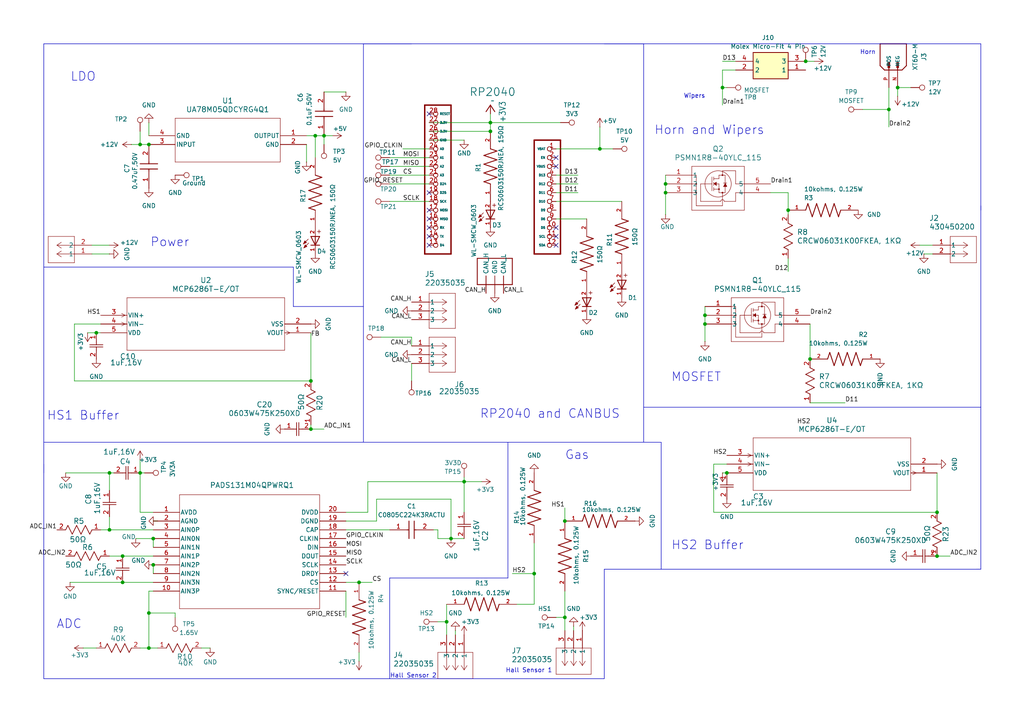
<source format=kicad_sch>
(kicad_sch (version 20231120) (generator "eeschema") (generator_version "8.0")
  (paper "A4")
  (title_block (title "Front and Center Board"))
  (junction (at 130.81 156.21))
  (junction (at 44.45 156.21))
  (junction (at 90.17 110.49))
  (junction (at 234.95 104.14))
  (junction (at 154.94 166.37))
  (junction (at 43.18 177.8))
  (junction (at 104.14 168.91))
  (junction (at 40.64 137.16))
  (junction (at 271.78 148.59))
  (junction (at 44.45 163.83))
  (junction (at 35.56 161.29))
  (junction (at 43.18 187.96))
  (junction (at 210.82 137.16))
  (junction (at 257.81 31.75))
  (junction (at 129.54 180.34))
  (junction (at 43.18 41.91))
  (junction (at 90.17 124.46))
  (junction (at 209.55 25.4))
  (junction (at 271.78 161.29))
  (junction (at 233.68 17.78))
  (junction (at 27.94 96.52))
  (junction (at 173.99 43.18))
  (junction (at 91.44 39.37))
  (junction (at 204.47 93.98))
  (junction (at 142.24 38.1))
  (junction (at 193.04 53.34))
  (junction (at 204.47 91.44))
  (junction (at 163.83 151.13))
  (junction (at 163.83 179.07))
  (junction (at 31.75 137.16))
  (junction (at 193.04 55.88))
  (junction (at 228.6 60.96))
  (junction (at 40.64 41.91))
  (junction (at 142.24 35.56))
  (junction (at 260.35 25.4))
  (junction (at 31.75 153.67))
  (junction (at 134.62 139.7))
  (junction (at 35.56 168.91))
  (junction (at 93.98 39.37))
  (no_connect (at 161.29 45.72))
  (no_connect (at 124.46 60.96))
  (no_connect (at 124.46 68.58))
  (no_connect (at 161.29 68.58))
  (no_connect (at 124.46 55.88))
  (no_connect (at 161.29 71.12))
  (no_connect (at 161.29 66.04))
  (no_connect (at 124.46 66.04))
  (no_connect (at 161.29 48.26))
  (no_connect (at 100.33 166.37))
  (no_connect (at 124.46 63.5))
  (no_connect (at 124.46 71.12))
  (no_connect (at 124.46 33.02))
  (wire (pts (xy 100.33 179.07) (xy 100.33 171.45)))
  (wire (pts (xy 109.22 151.13) (xy 100.33 151.13)))
  (polyline (pts (xy 191.77 128.27) (xy 191.77 165.1)))
  (wire (pts (xy 267.97 73.66) (xy 270.51 73.66)))
  (wire (pts (xy 271.78 137.16) (xy 271.78 148.59)))
  (polyline (pts (xy 12.7 77.47) (xy 85.09 77.47)))
  (wire (pts (xy 209.55 20.32) (xy 209.55 25.4)))
  (wire (pts (xy 90.17 124.46) (xy 93.98 124.46)))
  (wire (pts (xy 26.67 73.66) (xy 31.75 73.66)))
  (wire (pts (xy 204.47 91.44) (xy 204.47 93.98)))
  (wire (pts (xy 129.54 180.34) (xy 129.54 184.15)))
  (wire (pts (xy 104.14 189.23) (xy 104.14 191.77)))
  (wire (pts (xy 260.35 25.4) (xy 264.16 25.4)))
  (polyline (pts (xy 284.48 12.7) (xy 175.26 12.7)))
  (wire (pts (xy 116.84 43.18) (xy 124.46 43.18)))
  (wire (pts (xy 41.91 137.16) (xy 40.64 137.16)))
  (polyline (pts (xy 147.32 128.27) (xy 12.7 128.27)))
  (wire (pts (xy 204.47 88.9) (xy 204.47 91.44)))
  (wire (pts (xy 163.83 147.32) (xy 163.83 151.13)))
  (wire (pts (xy 161.29 50.8) (xy 167.64 50.8)))
  (wire (pts (xy 35.56 161.29) (xy 44.45 161.29)))
  (wire (pts (xy 44.45 156.21) (xy 44.45 158.75)))
  (wire (pts (xy 19.05 137.16) (xy 31.75 137.16)))
  (wire (pts (xy 107.95 168.91) (xy 104.14 168.91)))
  (wire (pts (xy 154.94 166.37) (xy 154.94 175.26)))
  (polyline (pts (xy 119.38 12.7) (xy 12.7 12.7)))
  (wire (pts (xy 193.04 53.34) (xy 193.04 55.88)))
  (wire (pts (xy 91.44 39.37) (xy 93.98 39.37)))
  (wire (pts (xy 40.64 187.96) (xy 43.18 187.96)))
  (wire (pts (xy 43.18 177.8) (xy 43.18 187.96)))
  (wire (pts (xy 260.35 25.4) (xy 260.35 27.94)))
  (wire (pts (xy 163.83 179.07) (xy 163.83 182.88)))
  (wire (pts (xy 154.94 166.37) (xy 154.94 157.48)))
  (wire (pts (xy 132.08 184.15) (xy 132.08 182.88)))
  (polyline (pts (xy 284.48 118.11) (xy 186.69 118.11)))
  (wire (pts (xy 110.49 97.79) (xy 119.38 97.79)))
  (wire (pts (xy 193.04 55.88) (xy 193.04 62.23)))
  (wire (pts (xy 27.94 96.52) (xy 29.21 96.52)))
  (wire (pts (xy 129.54 175.26) (xy 129.54 180.34)))
  (wire (pts (xy 40.64 137.16) (xy 40.64 133.35)))
  (wire (pts (xy 162.56 35.56) (xy 142.24 35.56)))
  (polyline (pts (xy 85.09 77.47) (xy 85.09 88.9)))
  (wire (pts (xy 204.47 93.98) (xy 204.47 99.06)))
  (wire (pts (xy 113.03 48.26) (xy 124.46 48.26)))
  (wire (pts (xy 228.6 60.96) (xy 228.6 62.23)))
  (wire (pts (xy 26.67 71.12) (xy 31.75 71.12)))
  (wire (pts (xy 113.03 53.34) (xy 124.46 53.34)))
  (wire (pts (xy 207.01 134.62) (xy 207.01 148.59)))
  (polyline (pts (xy 175.26 196.85) (xy 113.03 196.85)))
  (wire (pts (xy 50.8 179.07) (xy 50.8 177.8)))
  (wire (pts (xy 163.83 171.45) (xy 163.83 179.07)))
  (wire (pts (xy 125.73 153.67) (xy 127 153.67)))
  (wire (pts (xy 119.38 97.79) (xy 119.38 100.33)))
  (wire (pts (xy 35.56 168.91) (xy 20.32 168.91)))
  (polyline (pts (xy 12.7 196.85) (xy 113.03 196.85)))
  (wire (pts (xy 29.21 93.98) (xy 21.59 93.98)))
  (wire (pts (xy 213.36 20.32) (xy 209.55 20.32)))
  (wire (pts (xy 209.55 137.16) (xy 210.82 137.16)))
  (wire (pts (xy 173.99 43.18) (xy 161.29 43.18)) (stroke (width 0.1524)))
  (polyline (pts (xy 85.09 88.9) (xy 105.41 88.9)))
  (wire (pts (xy 38.1 41.91) (xy 40.64 41.91)))
  (wire (pts (xy 127 180.34) (xy 129.54 180.34)))
  (wire (pts (xy 31.75 137.16) (xy 31.75 142.24)))
  (wire (pts (xy 91.44 39.37) (xy 91.44 45.72)))
  (wire (pts (xy 173.99 36.83) (xy 173.99 43.18)))
  (wire (pts (xy 134.62 139.7) (xy 134.62 148.59)))
  (wire (pts (xy 100.33 148.59) (xy 106.68 148.59)))
  (wire (pts (xy 234.95 93.98) (xy 234.95 104.14)))
  (polyline (pts (xy 175.26 167.64) (xy 175.26 196.85)))
  (wire (pts (xy 31.75 153.67) (xy 29.21 153.67)))
  (wire (pts (xy 210.82 134.62) (xy 207.01 134.62)))
  (wire (pts (xy 166.37 182.88) (xy 166.37 181.61)))
  (wire (pts (xy 21.59 110.49) (xy 90.17 110.49)))
  (wire (pts (xy 25.4 96.52) (xy 27.94 96.52)))
  (wire (pts (xy 161.29 63.5) (xy 170.18 63.5)))
  (wire (pts (xy 124.46 35.56) (xy 142.24 35.56)) (stroke (width 0.1524)))
  (wire (pts (xy 31.75 149.86) (xy 31.75 153.67)))
  (wire (pts (xy 35.56 161.29) (xy 31.75 161.29)))
  (wire (pts (xy 161.29 179.07) (xy 163.83 179.07)))
  (polyline (pts (xy 284.48 60.96) (xy 284.48 12.7)))
  (wire (pts (xy 39.37 156.21) (xy 44.45 156.21)))
  (wire (pts (xy 134.62 139.7) (xy 139.7 139.7)))
  (wire (pts (xy 24.13 187.96) (xy 27.94 187.96)))
  (wire (pts (xy 271.78 161.29) (xy 275.59 161.29)))
  (wire (pts (xy 109.22 151.13) (xy 109.22 144.78)))
  (wire (pts (xy 257.81 31.75) (xy 257.81 36.83)))
  (wire (pts (xy 88.9 39.37) (xy 91.44 39.37)))
  (polyline (pts (xy 283.21 165.1) (xy 284.48 165.1)))
  (wire (pts (xy 177.8 43.18) (xy 173.99 43.18)))
  (wire (pts (xy 148.59 166.37) (xy 154.94 166.37)))
  (wire (pts (xy 113.03 58.42) (xy 124.46 58.42)))
  (wire (pts (xy 40.64 137.16) (xy 40.64 148.59)))
  (wire (pts (xy 43.18 171.45) (xy 43.18 177.8)))
  (wire (pts (xy 228.6 74.93) (xy 228.6 78.74)))
  (wire (pts (xy 119.38 110.49) (xy 119.38 105.41)))
  (polyline (pts (xy 175.26 167.64) (xy 175.26 165.1)))
  (wire (pts (xy 90.17 96.52) (xy 90.17 110.49)))
  (polyline (pts (xy 147.32 167.64) (xy 147.32 128.27)))
  (wire (pts (xy 100.33 26.67) (xy 93.98 26.67)))
  (wire (pts (xy 124.46 38.1) (xy 142.24 38.1)) (stroke (width 0.1524)))
  (wire (pts (xy 113.03 50.8) (xy 124.46 50.8)))
  (wire (pts (xy 58.42 187.96) (xy 60.96 187.96)))
  (wire (pts (xy 31.75 137.16) (xy 33.02 137.16)))
  (wire (pts (xy 40.64 41.91) (xy 43.18 41.91)))
  (wire (pts (xy 21.59 93.98) (xy 21.59 110.49)))
  (wire (pts (xy 88.9 41.91) (xy 88.9 46.99)))
  (wire (pts (xy 109.22 144.78) (xy 130.81 144.78)))
  (polyline (pts (xy 113.03 167.64) (xy 113.03 196.85)))
  (wire (pts (xy 223.52 55.88) (xy 228.6 55.88)))
  (wire (pts (xy 257.81 25.4) (xy 257.81 31.75)))
  (wire (pts (xy 50.8 177.8) (xy 43.18 177.8)))
  (wire (pts (xy 142.24 33.02) (xy 142.24 35.56)) (stroke (width 0.1524)))
  (wire (pts (xy 209.55 17.78) (xy 213.36 17.78)))
  (wire (pts (xy 104.14 168.91) (xy 100.33 168.91)))
  (wire (pts (xy 127 153.67) (xy 127 156.21)))
  (wire (pts (xy 106.68 148.59) (xy 106.68 139.7)))
  (wire (pts (xy 245.11 116.84) (xy 234.95 116.84)))
  (wire (pts (xy 93.98 39.37) (xy 93.98 41.91)))
  (wire (pts (xy 40.64 38.1) (xy 40.64 41.91)))
  (wire (pts (xy 40.64 148.59) (xy 44.45 148.59)))
  (wire (pts (xy 228.6 55.88) (xy 228.6 60.96)))
  (polyline (pts (xy 186.69 128.27) (xy 191.77 128.27)))
  (wire (pts (xy 149.86 175.26) (xy 154.94 175.26)))
  (wire (pts (xy 44.45 153.67) (xy 31.75 153.67)))
  (wire (pts (xy 266.7 71.12) (xy 270.51 71.12)))
  (wire (pts (xy 193.04 50.8) (xy 193.04 53.34)))
  (polyline (pts (xy 12.7 128.27) (xy 12.7 137.16)))
  (wire (pts (xy 90.17 123.19) (xy 90.17 124.46)))
  (polyline (pts (xy 12.7 62.23) (xy 12.7 128.27)))
  (wire (pts (xy 161.29 55.88) (xy 167.64 55.88)))
  (polyline (pts (xy 12.7 134.62) (xy 12.7 196.85)))
  (wire (pts (xy 207.01 148.59) (xy 271.78 148.59)))
  (wire (pts (xy 130.81 156.21) (xy 134.62 156.21)))
  (wire (pts (xy 130.81 144.78) (xy 130.81 156.21)))
  (polyline (pts (xy 284.48 59.69) (xy 284.48 118.11)))
  (wire (pts (xy 106.68 139.7) (xy 134.62 139.7)))
  (wire (pts (xy 43.18 187.96) (xy 45.72 187.96)))
  (wire (pts (xy 236.22 17.78) (xy 233.68 17.78)))
  (wire (pts (xy 257.81 31.75) (xy 250.19 31.75)))
  (polyline (pts (xy 284.48 165.1) (xy 284.48 118.11)))
  (wire (pts (xy 44.45 151.13) (xy 45.72 151.13)))
  (wire (pts (xy 142.24 35.56) (xy 142.24 38.1)) (stroke (width 0.1524)))
  (polyline (pts (xy 113.03 167.64) (xy 147.32 167.64)))
  (wire (pts (xy 134.62 138.43) (xy 134.62 139.7)))
  (wire (pts (xy 161.29 53.34) (xy 167.64 53.34)))
  (wire (pts (xy 124.46 40.64) (xy 134.62 40.64)))
  (polyline (pts (xy 175.26 165.1) (xy 284.48 165.1)))
  (wire (pts (xy 113.03 45.72) (xy 124.46 45.72)))
  (wire (pts (xy 127 156.21) (xy 130.81 156.21)))
  (wire (pts (xy 35.56 168.91) (xy 44.45 168.91)))
  (wire (pts (xy 100.33 153.67) (xy 113.03 153.67)))
  (polyline (pts (xy 12.7 12.7) (xy 12.7 62.23)))
  (wire (pts (xy 161.29 58.42) (xy 180.34 58.42)))
  (wire (pts (xy 209.55 25.4) (xy 209.55 30.48)))
  (wire (pts (xy 43.18 35.56) (xy 43.18 39.37)))
  (wire (pts (xy 210.82 25.4) (xy 209.55 25.4)))
  (wire (pts (xy 43.18 171.45) (xy 44.45 171.45)))
  (wire (pts (xy 93.98 39.37) (xy 96.52 39.37)))
  (wire (pts (xy 44.45 163.83) (xy 44.45 166.37)))
  (rectangle (start 105.41 12.7) (end 186.69 128.27))
  (text "Hall Sensor 1" (at 153.416 194.564 0) (effects (font (size 1.27 1.27))))
  (text "\nPower" (at 49.276 68.326 0) (effects (font (size 2.54 2.54))))
  (text "Gas" (at 167.386 132.08 0) (effects (font (size 2.54 2.54))))
  (text "Horn" (at 251.714 15.24 0) (effects (font (size 1.27 1.27))))
  (text "LDO" (at 24.13 22.352 0) (effects (font (size 2.54 2.54))))
  (text "RP2040 and CANBUS\n" (at 159.512 120.142 0) (effects (font (size 2.54 2.54))))
  (text "MOSFET\n" (at 201.93 109.474 0) (effects (font (size 2.54 2.54))))
  (text "Hall Sensor 2" (at 119.888 196.088 0) (effects (font (size 1.27 1.27))))
  (text "Horn and Wipers" (at 205.74 37.846 0) (effects (font (size 2.54 2.54))))
  (text "Wipers" (at 201.422 27.94 0) (effects (font (size 1.27 1.27))))
  (text "HS2 Buffer" (at 205.232 158.242 0) (effects (font (size 2.54 2.54))))
  (text "HS1 Buffer" (at 24.13 120.65 0) (effects (font (size 2.54 2.54))))
  (text "ADC" (at 20.066 181.102 0) (effects (font (size 2.54 2.54))))
  (label "CAN_H" (at 119.38 87.63 180))
  (label "ADC_IN1" (at 16.51 153.67 180))
  (label "FB" (at 90.17 97.79 0))
  (label "ADC_IN1" (at 93.98 124.46 0))
  (label "D11" (at 245.11 116.84 0))
  (label "D12" (at 228.6 78.74 180))
  (label "D13" (at 209.55 17.78 0))
  (label "SCLK" (at 116.84 58.42 0))
  (label "Drain1" (at 223.52 53.34 0))
  (label "HS2" (at 148.59 166.37 0))
  (label "D12" (at 167.64 53.34 180))
  (label "CS" (at 116.84 50.8 0))
  (label "MISO" (at 100.33 161.29 0) (effects (font (size 1.2446 1.2446))))
  (label "HS1" (at 163.83 147.32 180))
  (label "CAN_L" (at 119.38 105.41 180))
  (label "MISO" (at 116.84 48.26 0))
  (label "CAN_H" (at 119.38 100.33 180))
  (label "HS1" (at 29.21 91.44 180))
  (label "GPIO_CLKIN" (at 100.33 156.21 0) (effects (font (size 1.2446 1.2446))))
  (label "CS" (at 107.95 168.91 0))
  (label "GPIO_CLKIN" (at 116.84 43.18 180))
  (label "ADC_IN2" (at 275.59 161.29 0))
  (label "CAN_L" (at 119.38 92.71 180))
  (label "CAN_H" (at 140.97 85.09 180))
  (label "Drain2" (at 257.81 36.83 0))
  (label "Drain1" (at 209.55 30.48 0))
  (label "D11" (at 167.64 55.88 180))
  (label "SCLK" (at 100.33 163.83 0))
  (label "GPIO_RESET" (at 116.84 53.34 180))
  (label "CAN_L" (at 146.05 85.09 0))
  (label "HS2" (at 231.14 123.19 0))
  (label "Drain2" (at 234.95 91.44 0))
  (label "ADC_IN2" (at 19.05 161.29 180))
  (label "MOSI" (at 100.33 158.75 0) (effects (font (size 1.2446 1.2446))))
  (label "MOSI" (at 116.84 45.72 0))
  (label "GPIO_RESET" (at 100.33 179.07 180))
  (label "HS2" (at 210.82 132.08 180))
  (label "D13" (at 167.64 50.8 180))
  (symbol (lib_id "Connector:TestPoint") (at 41.91 137.16 270) (mirror x) (unit 1)
    (property "Reference" "TP4" (at 47.498 133.604 0) (effects (justify right)))
    (property "Value" "3V3A" (at 50.038 133.604 0) (effects (justify right)))
    (property "Footprint" "TestPoint:TestPoint_Pad_D3.0mm" (effects (hide yes)))
    (property "Description" "test point" (effects (hide yes)))
  )
  (symbol (lib_id "power:GND") (at 267.97 73.66 0) (unit 1)
    (property "Reference" "#PWR022" (effects (hide yes)))
    (property "Value" "GND" (at 267.97 78.74 0))
    (property "Description" "Power symbol creates a global label with name \"GND\" , ground" (effects (hide yes)))
  )
  (symbol (lib_id "SMV_Custom:WL-SMCW_0603") (at 91.44 71.12 90) (unit 1)
    (property "Reference" "D4" (at 91.948 72.898 90) (effects (justify right)))
    (property "Value" "WL-SMCW_0603" (at 86.614 66.802 0) (effects (justify right)))
    (property "Footprint" "SMV_Passives:WL-SMCW_0603(diode)" (effects (hide yes)))
  )
  (symbol (lib_id "power:GND") (at 204.47 99.06 0) (unit 1)
    (property "Reference" "#PWR02" (effects (hide yes)))
    (property "Value" "GND" (at 204.47 104.14 0))
    (property "Description" "Power symbol creates a global label with name \"GND\" , ground" (effects (hide yes)))
  )
  (symbol (lib_id "power:GND") (at 193.04 62.23 0) (unit 1)
    (property "Reference" "#PWR01" (effects (hide yes)))
    (property "Value" "GND" (at 191.516 65.786 0) (effects (justify left)))
    (property "Description" "Power symbol creates a global label with name \"GND\" , ground" (effects (hide yes)))
  )
  (symbol (lib_id "power:+3V3") (at 31.75 71.12 270) (unit 1)
    (property "Reference" "#PWR011" (effects (hide yes)))
    (property "Value" "+12V" (at 34.798 70.358 90) (effects (justify left)))
    (property "Description" "Power symbol creates a global label with name \"+3V3\"" (effects (hide yes)))
  )
  (symbol (lib_id "power:GND") (at 130.81 156.21 0) (unit 1)
    (property "Reference" "#PWR04" (effects (hide yes)))
    (property "Value" "GND" (at 130.81 161.29 0))
    (property "Description" "Power symbol creates a global label with name \"GND\" , ground" (effects (hide yes)))
  )
  (symbol (lib_id "Connector:TestPoint") (at 110.49 97.79 90) (mirror x) (unit 1)
    (property "Reference" "TP18" (at 106.68 95.25 90) (effects (justify right)))
    (property "Value" "3V3A" (effects (hide yes)))
    (property "Footprint" "TestPoint:TestPoint_Pad_D3.0mm" (effects (hide yes)))
    (property "Description" "test point" (effects (hide yes)))
  )
  (symbol (lib_id "SMV_Custom:CRCW080510K0FKEAC") (at 154.94 147.32 90) (unit 1)
    (property "Reference" "R14" (at 149.86 148.082 0) (effects (justify right)))
    (property "Value" "10kohms, 0.125W" (at 151.638 135.382 0) (effects (justify right)))
    (property "Footprint" "SMV_Passives:0805RESC2012X60N" (effects (hide yes)))
    (property "MF" "Vishay Dale" (effects (hide yes)))
    (property "Description_1" "\n                        \n                            10 kOhms ±1% 0.125W, 1/8W Chip Resistor 0805 (2012 Metric) - Thick Film\n                        \n" (effects (hide yes)))
    (property "Package" "2012 Vishay" (effects (hide yes)))
    (property "Price" "None" (effects (hide yes)))
    (property "SnapEDA_Link" "https://www.snapeda.com/parts/CRCW080510K0FKEAC/Vishay+Dale/view-part/?ref=snap" (effects (hide yes)))
    (property "MP" "CRCW080510K0FKEAC" (effects (hide yes)))
    (property "Availability" "In Stock" (effects (hide yes)))
    (property "Check_prices" "https://www.snapeda.com/parts/CRCW080510K0FKEAC/Vishay+Dale/view-part/?ref=eda" (effects (hide yes)))
  )
  (symbol (lib_id "power:GND") (at 90.17 93.98 90) (unit 1)
    (property "Reference" "#PWR042" (effects (hide yes)))
    (property "Value" "GND" (at 95.25 93.98 0))
    (property "Description" "Power symbol creates a global label with name \"GND\" , ground" (effects (hide yes)))
  )
  (symbol (lib_id "SMV_Custom:C0805C334K5RACTU") (at 43.18 54.61 90) (unit 1)
    (property "Reference" "C7" (at 36.83 47.498 0) (effects (justify right)))
    (property "Value" "0.47uF,50V" (at 39.116 44.196 0) (effects (justify right)))
    (property "Footprint" "SMV_Passives:Cap0805" (effects (hide yes)))
    (property "Datasheet" "https://content.kemet.com/datasheets/KEM_C1002_X7R_SMD.pdf" (effects (hide yes)))
    (property "Description" "SMD Comm X7R, Ceramic, 0.33 uF, 10%, 50 VDC, 125 VDC, 125C, -55C, X7R, SMD, MLCC, Temperature Stable, Class II, 2.5 % , 1.5152 GOhms, 13 mg, 0805, 2mm, 1.25mm, 0.9mm, 0.75mm, 0.5mm, 4000, 78  Weeks, 80" (effects (hide yes)))
    (property "Height" "1.1" (effects (hide yes)))
    (property "Manufacturer_Name" "KEMET" (effects (hide yes)))
    (property "Manufacturer_Part_Number" "C0805C334K5RACTU" (effects (hide yes)))
    (property "Mouser Part Number" "80-C0805C334K5R" (effects (hide yes)))
    (property "Mouser Price/Stock" "https://www.mouser.co.uk/ProductDetail/KEMET/C0805C334K5RACTU?qs=nRD1PKnFC2Hh3tSy%2FGeH2Q%3D%3D" (effects (hide yes)))
    (property "Arrow Part Number" "C0805C334K5RACTU" (effects (hide yes)))
    (property "Arrow Price/Stock" "https://www.arrow.com/en/products/c0805c334k5ractu/kemet-corporation?region=nac" (effects (hide yes)))
  )
  (symbol (lib_id "SMV_Custom:CRCW080510K0FKEAC") (at 104.14 179.07 270) (unit 1)
    (property "Reference" "R4" (at 110.49 172.212 0) (effects (justify left)))
    (property "Value" "10kohms, 0.125W" (at 107.696 171.196 0) (effects (justify left)))
    (property "Footprint" "SMV_Passives:0805RESC2012X60N" (effects (hide yes)))
    (property "MF" "Vishay Dale" (effects (hide yes)))
    (property "Description_1" "\n                        \n                            10 kOhms ±1% 0.125W, 1/8W Chip Resistor 0805 (2012 Metric) - Thick Film\n                        \n" (effects (hide yes)))
    (property "Package" "2012 Vishay" (effects (hide yes)))
    (property "Price" "None" (effects (hide yes)))
    (property "SnapEDA_Link" "https://www.snapeda.com/parts/CRCW080510K0FKEAC/Vishay+Dale/view-part/?ref=snap" (effects (hide yes)))
    (property "MP" "CRCW080510K0FKEAC" (effects (hide yes)))
    (property "Availability" "In Stock" (effects (hide yes)))
    (property "Check_prices" "https://www.snapeda.com/parts/CRCW080510K0FKEAC/Vishay+Dale/view-part/?ref=eda" (effects (hide yes)))
  )
  (symbol (lib_id "power:GND") (at 88.9 46.99 0) (unit 1)
    (property "Reference" "#PWR010" (effects (hide yes)))
    (property "Value" "GND" (at 86.36 48.514 90))
    (property "Description" "Power symbol creates a global label with name \"GND\" , ground" (effects (hide yes)))
  )
  (symbol (lib_id "Connector:TestPoint") (at 210.82 25.4 270) (unit 1)
    (property "Reference" "TP8" (at 217.678 28.194 90))
    (property "Value" "MOSFET" (at 219.456 26.162 90))
    (property "Footprint" "TestPoint:TestPoint_Pad_D3.0mm" (effects (hide yes)))
    (property "Description" "test point" (effects (hide yes)))
  )
  (symbol (lib_id "power:GND") (at 50.8 50.8 0) (unit 1)
    (property "Reference" "#PWR018" (effects (hide yes)))
    (property "Value" "GND" (at 50.8 55.88 0))
    (property "Description" "Power symbol creates a global label with name \"GND\" , ground" (effects (hide yes)))
  )
  (symbol (lib_id "power:GND") (at 134.62 40.64 0) (mirror y) (unit 1)
    (property "Reference" "#PWR025" (effects (hide yes)))
    (property "Value" "GND" (at 134.62 44.45 0))
    (property "Description" "Power symbol creates a global label with name \"GND\" , ground" (effects (hide yes)))
  )
  (symbol (lib_id "Connector:TestPoint") (at 162.56 35.56 270) (mirror x) (unit 1)
    (property "Reference" "TP12" (at 165.862 30.48 90))
    (property "Value" "3V3" (at 165.862 33.02 90))
    (property "Footprint" "TestPoint:TestPoint_Pad_D3.0mm" (effects (hide yes)))
    (property "Description" "test point" (effects (hide yes)))
  )
  (symbol (lib_id "power:GND") (at 27.94 104.14 0) (unit 1)
    (property "Reference" "#PWR013" (effects (hide yes)))
    (property "Value" "GND" (at 27.94 109.22 0))
    (property "Description" "Power symbol creates a global label with name \"GND\" , ground" (effects (hide yes)))
  )
  (symbol (lib_id "Connector:TestPoint") (at 233.68 17.78 0) (unit 1)
    (property "Reference" "TP6" (at 236.22 16.764 90) (effects (justify left)))
    (property "Value" "12V" (at 238.76 16.764 90) (effects (justify left)))
    (property "Footprint" "TestPoint:TestPoint_Pad_D3.0mm" (effects (hide yes)))
    (property "Description" "test point" (effects (hide yes)))
  )
  (symbol (lib_id "power:GND") (at 119.38 102.87 270) (mirror x) (unit 1)
    (property "Reference" "#PWR038" (effects (hide yes)))
    (property "Value" "GND" (at 115.57 102.8699 90) (effects (justify right)))
    (property "Description" "Power symbol creates a global label with name \"GND\" , ground" (effects (hide yes)))
  )
  (symbol (lib_id "SMV_Custom:MCP6286T-E_OT") (at 90.17 96.52 180) (unit 1)
    (property "Reference" "U2" (at 59.69 81.28 0) (effects (font (size 1.524 1.524))))
    (property "Value" "MCP6286T-E/OT" (at 59.69 83.82 0) (effects (font (size 1.524 1.524))))
    (property "Footprint" "SMV_ICs:SOT-23-5_MC_MCH" (effects (hide yes)))
    (property "Datasheet" "MCP6286T-E/OT" (effects (hide yes)))
  )
  (symbol (lib_id "SMV_Custom:MCP6286T-E_OT") (at 271.78 137.16 180) (unit 1)
    (property "Reference" "U4" (at 241.3 121.92 0) (effects (font (size 1.524 1.524))))
    (property "Value" "MCP6286T-E/OT" (at 241.3 124.46 0) (effects (font (size 1.524 1.524))))
    (property "Footprint" "SMV_ICs:SOT-23-5_MC_MCH" (effects (hide yes)))
    (property "Datasheet" "MCP6286T-E/OT" (effects (hide yes)))
  )
  (symbol (lib_id "SMV_Custom:C0805C105K4RACTU") (at 134.62 148.59 270) (unit 1)
    (property "Reference" "C2" (at 140.716 155.448 0) (effects (font (size 1.524 1.524))))
    (property "Value" "1uF,16V" (at 138.176 155.448 0) (effects (font (size 1.524 1.524))))
    (property "Footprint" "SMV_Passives:Cap0805" (effects (hide yes)))
    (property "Datasheet" "C0805C105K4RACTU" (effects (hide yes)))
  )
  (symbol (lib_id "power:+3V3") (at 104.14 191.77 0) (mirror x) (unit 1)
    (property "Reference" "#PWR035" (effects (hide yes)))
    (property "Value" "+3V3" (at 100.584 192.024 0))
    (property "Description" "Power symbol creates a global label with name \"+3V3\"" (effects (hide yes)))
  )
  (symbol (lib_id "power:GND") (at 166.37 181.61 180) (unit 1)
    (property "Reference" "#PWR041" (effects (hide yes)))
    (property "Value" "GND" (at 166.37 176.53 0))
    (property "Description" "Power symbol creates a global label with name \"GND\" , ground" (effects (hide yes)))
  )
  (symbol (lib_id "power:GND") (at 248.92 60.96 0) (unit 1)
    (property "Reference" "#PWR037" (effects (hide yes)))
    (property "Value" "GND" (at 251.46 62.2299 0) (effects (justify left)))
    (property "Description" "Power symbol creates a global label with name \"GND\" , ground" (effects (hide yes)))
  )
  (symbol (lib_id "Connector:TestPoint") (at 113.03 50.8 90) (mirror x) (unit 1)
    (property "Reference" "TP19" (at 110.236 49.784 90) (effects (justify right)))
    (property "Value" "3V3A" (effects (hide yes)))
    (property "Footprint" "TestPoint:TestPoint_Pad_D3.0mm" (effects (hide yes)))
    (property "Description" "test point" (effects (hide yes)))
  )
  (symbol (lib_id "power:GND") (at 255.27 104.14 0) (unit 1)
    (property "Reference" "#PWR034" (effects (hide yes)))
    (property "Value" "GND" (at 255.2699 107.95 90) (effects (justify right)))
    (property "Description" "Power symbol creates a global label with name \"GND\" , ground" (effects (hide yes)))
  )
  (symbol (lib_id "ADS131M04-Q1:PADS131M04QPWRQ1") (at 44.45 148.59 0) (unit 1)
    (property "Reference" "U3" (effects (hide yes)))
    (property "Value" "PADS131M04QPWRQ1" (at 85.344 140.716 0) (effects (font (size 1.524 1.524)) (justify right)))
    (property "Footprint" "TSSOP20_PW_TEX" (effects (hide yes)))
    (property "Datasheet" "PADS131M04QPWRQ1" (effects (hide yes)))
  )
  (symbol (lib_id "SMV_Custom:C0805C104K5RACTU") (at 93.98 39.37 90) (unit 1)
    (property "Reference" "C6" (at 87.122 26.924 0) (effects (justify right)))
    (property "Value" "0.1uF,50V" (at 89.662 26.924 0) (effects (justify right)))
    (property "Footprint" "SMV_Passives:Cap0805" (effects (hide yes)))
    (property "Datasheet" "https://content.kemet.com/datasheets/KEM_C1002_X7R_SMD.pdf" (effects (hide yes)))
    (property "Description" "SMD Comm X7R, Ceramic, 0.1 uF, 10%, 50 VDC, 125 VDC, 125C, -55C, X7R, SMD, MLCC, Temperature Stable, Class II, 2.5 % , 5 GOhms, 11 mg, 0805, 2mm, 1.25mm, 0.78mm, 0.75mm, 0.5mm, 4000, 78  Weeks, 80" (effects (hide yes)))
    (property "Height" "1.1" (effects (hide yes)))
    (property "Manufacturer_Name" "KEMET" (effects (hide yes)))
    (property "Manufacturer_Part_Number" "C0805C104K5RACTU" (effects (hide yes)))
    (property "Mouser Part Number" "80-C0805C104K5R" (effects (hide yes)))
    (property "Mouser Price/Stock" "https://www.mouser.co.uk/ProductDetail/KEMET/C0805C104K5RACTU?qs=Pc30aiB8zWUISNb2Qeyxfw%3D%3D" (effects (hide yes)))
    (property "Arrow Part Number" "C0805C104K5RACTU" (effects (hide yes)))
    (property "Arrow Price/Stock" "https://www.arrow.com/en/products/c0805c104k5ractu/kemet-corporation?region=nac" (effects (hide yes)))
  )
  (symbol (lib_id "SMV_Custom:3-pin Mini Molex Spox") (at 168.91 182.88 270) (unit 1)
    (property "Reference" "J7" (at 148.336 188.722 90) (effects (font (size 1.524 1.524)) (justify left)))
    (property "Value" "22035035" (at 148.336 191.262 90) (effects (font (size 1.524 1.524)) (justify left)))
    (property "Footprint" "SMV_Connectors:3pin_CON_22035035_MOL" (effects (hide yes)))
    (property "Datasheet" "3-pin Mini Molex Spox" (effects (hide yes)))
  )
  (symbol (lib_id "SMV_Custom:CRCW020149R9FNED") (at 271.78 148.59 270) (unit 1)
    (property "Reference" "R23" (at 274.32 154.94 0) (effects (font (size 1.524 1.524))))
    (property "Value" "50Ω" (at 268.986 154.686 0) (effects (font (size 1.524 1.524))))
    (property "Footprint" "SMV_Passives:0805RESC2012X60N" (effects (hide yes)))
    (property "Datasheet" "CRCW020149R9FNED" (effects (hide yes)))
  )
  (symbol (lib_id "SMV_Custom:CRCW080540K0FKEA") (at 45.72 187.96 0) (unit 1)
    (property "Reference" "R10" (at 53.594 190.5 0) (effects (font (size 1.524 1.524))))
    (property "Value" "40K" (at 53.848 192.278 0) (effects (font (size 1.524 1.524))))
    (property "Footprint" "SMV_Passives:0805RESC2012X60N" (effects (hide yes)))
    (property "Datasheet" "CRCW080540K0FKEA" (effects (hide yes)))
  )
  (symbol (lib_id "Connector:TestPoint") (at 177.8 43.18 270) (mirror x) (unit 1)
    (property "Reference" "TP10" (at 181.102 38.1 90))
    (property "Value" "5V" (at 181.102 40.64 90))
    (property "Footprint" "TestPoint:TestPoint_Pad_D3.0mm" (effects (hide yes)))
    (property "Description" "test point" (effects (hide yes)))
  )
  (symbol (lib_id "SMV_Custom:0603W475K250XD") (at 264.16 161.29 0) (unit 1)
    (property "Reference" "C9" (at 258.318 154.178 0) (effects (font (size 1.524 1.524))))
    (property "Value" "0603W475K250XD" (at 258.318 156.718 0) (effects (font (size 1.524 1.524))))
    (property "Footprint" "SMV_Passives:CAP_0603-X_NGC" (effects (hide yes)))
    (property "Datasheet" "0603W475K250XD" (effects (hide yes)))
  )
  (symbol (lib_id "power:GND") (at 45.72 151.13 270) (unit 1)
    (property "Reference" "#PWR044" (effects (hide yes)))
    (property "Value" "GND" (at 41.656 151.638 0))
    (property "Description" "Power symbol creates a global label with name \"GND\" , ground" (effects (hide yes)))
  )
  (symbol (lib_id "Connector:TestPoint") (at 40.64 38.1 0) (unit 1)
    (property "Reference" "TP2" (at 33.274 34.544 0) (effects (justify left)))
    (property "Value" "12V" (effects (hide yes)))
    (property "Footprint" "TestPoint:TestPoint_Pad_D3.0mm" (effects (hide yes)))
    (property "Description" "test point" (effects (hide yes)))
  )
  (symbol (lib_id "Connector:TestPoint") (at 127 180.34 90) (unit 1)
    (property "Reference" "TP13" (at 123.698 182.372 90))
    (property "Value" "HS2" (at 123.698 177.8 90))
    (property "Footprint" "TestPoint:TestPoint_Pad_D3.0mm" (effects (hide yes)))
    (property "Description" "test point" (effects (hide yes)))
  )
  (symbol (lib_id "SMV_Custom:RCS0603150RJNEA") (at 91.44 55.88 90) (unit 1)
    (property "Reference" "R17" (at 87.884 54.864 0) (effects (justify right)))
    (property "Value" "RCS0603150RJNEA, 150Ω" (at 96.52 53.34 0) (effects (justify right)))
    (property "Footprint" "SMV_Passives:0805RESC2012X60N" (effects (hide yes)))
  )
  (symbol (lib_id "power:+VSW") (at 168.91 182.88 0) (unit 1)
    (property "Reference" "#PWR026" (effects (hide yes)))
    (property "Value" "+3V3" (at 170.688 179.07 0))
    (property "Description" "Power symbol creates a global label with name \"+VSW\"" (effects (hide yes)))
  )
  (symbol (lib_id "SMV_Custom:RP2040") (at 143.51 64.77 0) (unit 1)
    (property "Reference" "RP2040" (at 142.875 26.67 0) (effects (font (size 2.286 2.286))))
    (property "Value" "~" (at 142.875 29.21 0))
    (property "Footprint" "SMV_Connectors:RP2040" (effects (hide yes)))
  )
  (symbol (lib_name "3-pin Mini Molex Spox_1") (lib_id "SMV_Custom:3-pin Mini Molex Spox") (at 119.38 100.33 0) (unit 1)
    (property "Reference" "J6" (at 131.826 111.506 0) (effects (font (size 1.524 1.524)) (justify left)))
    (property "Value" "22035035" (at 127.254 113.538 0) (effects (font (size 1.524 1.524)) (justify left)))
    (property "Footprint" "SMV_Connectors:3pin_CON_22035035_MOL" (effects (hide yes)))
    (property "Datasheet" "3-pin Mini Molex Spox" (effects (hide yes)))
  )
  (symbol (lib_id "SMV_Custom:CRCW080510K0FKEAC") (at 238.76 60.96 0) (unit 1)
    (property "Reference" "R3" (at 233.172 57.404 0) (effects (justify left)))
    (property "Value" "10kohms, 0.125W" (at 233.172 54.864 0) (effects (justify left)))
    (property "Footprint" "SMV_Passives:0805RESC2012X60N" (effects (hide yes)))
    (property "MF" "Vishay Dale" (effects (hide yes)))
    (property "Description_1" "\n                        \n                            10 kOhms ±1% 0.125W, 1/8W Chip Resistor 0805 (2012 Metric) - Thick Film\n                        \n" (effects (hide yes)))
    (property "Package" "2012 Vishay" (effects (hide yes)))
    (property "Price" "None" (effects (hide yes)))
    (property "SnapEDA_Link" "https://www.snapeda.com/parts/CRCW080510K0FKEAC/Vishay+Dale/view-part/?ref=snap" (effects (hide yes)))
    (property "MP" "CRCW080510K0FKEAC" (effects (hide yes)))
    (property "Availability" "In Stock" (effects (hide yes)))
    (property "Check_prices" "https://www.snapeda.com/parts/CRCW080510K0FKEAC/Vishay+Dale/view-part/?ref=eda" (effects (hide yes)))
  )
  (symbol (lib_id "PSMN1R8-40YLC,115:PSMN1R8-40YLC_115") (at 193.04 50.8 0) (unit 1)
    (property "Reference" "Q2" (at 208.28 43.18 0) (effects (font (size 1.524 1.524))))
    (property "Value" "PSMN1R8-40YLC_115" (at 208.28 45.72 0) (effects (font (size 1.524 1.524))))
    (property "Footprint" "LFPAK56_SOT669_NEX" (effects (hide yes)))
    (property "Datasheet" "PSMN1R8-40YLC_115" (effects (hide yes)))
  )
  (symbol (lib_id "SMV_Custom:C0805C105K4RACTU") (at 35.56 161.29 270) (unit 1)
    (property "Reference" "C5" (at 29.464 164.338 90) (effects (font (size 1.524 1.524))))
    (property "Value" "1uF,16V" (at 28.956 166.116 90) (effects (font (size 1.524 1.524))))
    (property "Footprint" "SMV_Passives:Cap0805" (effects (hide yes)))
    (property "Datasheet" "C0805C105K4RACTU" (effects (hide yes)))
  )
  (symbol (lib_id "power:GND") (at 91.44 73.66 0) (mirror y) (unit 1)
    (property "Reference" "#PWR039" (effects (hide yes)))
    (property "Value" "GND" (at 91.44 78.74 0))
    (property "Description" "Power symbol creates a global label with name \"GND\" , ground" (effects (hide yes)))
  )
  (symbol (lib_id "SMV_Custom:WL-SMCW_0603") (at 170.18 88.9 90) (unit 1)
    (property "Reference" "D2" (at 170.688 90.678 90) (effects (justify right)))
    (property "Value" "WL-SMCW_0603" (effects (hide yes)))
    (property "Footprint" "SMV_Passives:WL-SMCW_0603(diode)" (effects (hide yes)))
  )
  (symbol (lib_id "power:+3V3") (at 24.13 187.96 90) (unit 1)
    (property "Reference" "#PWR031" (effects (hide yes)))
    (property "Value" "+3V3" (at 23.114 189.992 90))
    (property "Description" "Power symbol creates a global label with name \"+3V3\"" (effects (hide yes)))
  )
  (symbol (lib_id "SMV_Custom:CRCW080510K0FKEAC") (at 245.11 104.14 180) (unit 1)
    (property "Reference" "R2" (at 251.714 97.028 0) (effects (justify left)))
    (property "Value" "10kohms, 0.125W" (at 251.714 99.568 0) (effects (justify left)))
    (property "Footprint" "SMV_Passives:0805RESC2012X60N" (effects (hide yes)))
    (property "MF" "Vishay Dale" (effects (hide yes)))
    (property "Description_1" "\n                        \n                            10 kOhms ±1% 0.125W, 1/8W Chip Resistor 0805 (2012 Metric) - Thick Film\n                        \n" (effects (hide yes)))
    (property "Package" "2012 Vishay" (effects (hide yes)))
    (property "Price" "None" (effects (hide yes)))
    (property "SnapEDA_Link" "https://www.snapeda.com/parts/CRCW080510K0FKEAC/Vishay+Dale/view-part/?ref=snap" (effects (hide yes)))
    (property "MP" "CRCW080510K0FKEAC" (effects (hide yes)))
    (property "Availability" "In Stock" (effects (hide yes)))
    (property "Check_prices" "https://www.snapeda.com/parts/CRCW080510K0FKEAC/Vishay+Dale/view-part/?ref=eda" (effects (hide yes)))
  )
  (symbol (lib_id "SMV_Custom:CRCW080510K0FKEAC") (at 139.7 175.26 0) (unit 1)
    (property "Reference" "R13" (at 139.7 169.164 0))
    (property "Value" "10kohms, 0.125W" (at 139.446 171.958 0))
    (property "Footprint" "SMV_Passives:0805RESC2012X60N" (effects (hide yes)))
    (property "MF" "Vishay Dale" (effects (hide yes)))
    (property "Description_1" "\n                        \n                            10 kOhms ±1% 0.125W, 1/8W Chip Resistor 0805 (2012 Metric) - Thick Film\n                        \n" (effects (hide yes)))
    (property "Package" "2012 Vishay" (effects (hide yes)))
    (property "Price" "None" (effects (hide yes)))
    (property "SnapEDA_Link" "https://www.snapeda.com/parts/CRCW080510K0FKEAC/Vishay+Dale/view-part/?ref=snap" (effects (hide yes)))
    (property "MP" "CRCW080510K0FKEAC" (effects (hide yes)))
    (property "Availability" "In Stock" (effects (hide yes)))
    (property "Check_prices" "https://www.snapeda.com/parts/CRCW080510K0FKEAC/Vishay+Dale/view-part/?ref=eda" (effects (hide yes)))
  )
  (symbol (lib_id "SMV_Custom:RCS0603150RJNEA") (at 180.34 68.58 90) (unit 1)
    (property "Reference" "R11" (at 176.784 67.564 0) (effects (justify right)))
    (property "Value" "150Ω" (at 184.15 66.04 0) (effects (justify right)))
    (property "Footprint" "SMV_Passives:0805RESC2012X60N" (effects (hide yes)))
  )
  (symbol (lib_id "Connector:TestPoint") (at 50.8 179.07 0) (mirror x) (unit 1)
    (property "Reference" "TP5" (at 54.737 180.975 0))
    (property "Value" "1.65V" (at 54.737 183.515 0))
    (property "Footprint" "TestPoint:TestPoint_Pad_D3.0mm" (effects (hide yes)))
    (property "Description" "test point" (effects (hide yes)))
  )
  (symbol (lib_id "power:GND") (at 100.33 26.67 0) (unit 1)
    (property "Reference" "#PWR017" (effects (hide yes)))
    (property "Value" "GND" (at 100.33 31.75 0))
    (property "Description" "Power symbol creates a global label with name \"GND\" , ground" (effects (hide yes)))
  )
  (symbol (lib_id "power:+3V3") (at 25.4 96.52 180) (unit 1)
    (property "Reference" "#PWR047" (effects (hide yes)))
    (property "Value" "+3V3" (at 23.368 96.52 90) (effects (justify left)))
    (property "Description" "Power symbol creates a global label with name \"+3V3\"" (effects (hide yes)))
  )
  (symbol (lib_id "power:GND") (at 31.75 73.66 90) (unit 1)
    (property "Reference" "#PWR012" (effects (hide yes)))
    (property "Value" "GND" (at 36.83 73.66 0))
    (property "Description" "Power symbol creates a global label with name \"GND\" , ground" (effects (hide yes)))
  )
  (symbol (lib_id "power:+5V") (at 173.99 36.83 0) (unit 1)
    (property "Reference" "#PWR08" (effects (hide yes)))
    (property "Value" "+5V" (at 176.784 35.052 0))
    (property "Description" "Power symbol creates a global label with name \"+5V\"" (effects (hide yes)))
  )
  (symbol (lib_id "SMV_Custom:CRCW020149R9FNED") (at 16.51 153.67 0) (unit 1)
    (property "Reference" "R5" (at 22.86 151.13 0) (effects (font (size 1.524 1.524))))
    (property "Value" "50Ω" (at 22.606 156.464 0) (effects (font (size 1.524 1.524))))
    (property "Footprint" "SMV_Passives:0805RESC2012X60N" (effects (hide yes)))
    (property "Datasheet" "CRCW020149R9FNED" (effects (hide yes)))
  )
  (symbol (lib_id "SMV_Custom:C0805C105K4RACTU") (at 40.64 137.16 180) (unit 1)
    (property "Reference" "C4" (at 36.322 133.858 0) (effects (font (size 1.524 1.524))))
    (property "Value" "1uF,16V" (at 34.544 131.064 0) (effects (font (size 1.524 1.524))))
    (property "Footprint" "SMV_Passives:Cap0805" (effects (hide yes)))
    (property "Datasheet" "C0805C105K4RACTU" (effects (hide yes)))
  )
  (symbol (lib_id "Connector:TestPoint") (at 113.03 45.72 90) (unit 1)
    (property "Reference" "TP11" (at 109.982 44.196 90) (effects (justify right)))
    (property "Value" "3V3A" (effects (hide yes)))
    (property "Footprint" "TestPoint:TestPoint_Pad_D3.0mm" (effects (hide yes)))
    (property "Description" "test point" (effects (hide yes)))
  )
  (symbol (lib_id "power:+12V") (at 38.1 41.91 90) (unit 1)
    (property "Reference" "#PWR051" (effects (hide yes)))
    (property "Value" "+12V" (at 34.29 41.9099 90) (effects (justify left)))
    (property "Description" "Power symbol creates a global label with name \"+12V\"" (effects (hide yes)))
  )
  (symbol (lib_id "power:+3V3") (at 139.7 139.7 270) (mirror x) (unit 1)
    (property "Reference" "#PWR06" (effects (hide yes)))
    (property "Value" "+3V3" (at 140.716 141.986 90))
    (property "Description" "Power symbol creates a global label with name \"+3V3\"" (effects (hide yes)))
  )
  (symbol (lib_id "Connector:TestPoint") (at 93.98 41.91 180) (unit 1)
    (property "Reference" "TP3" (at 96.52 43.9419 0) (effects (justify right)))
    (property "Value" "5V" (at 96.52 46.4819 0) (effects (justify right)))
    (property "Footprint" "TestPoint:TestPoint_Pad_D3.0mm" (effects (hide yes)))
    (property "Description" "test point" (effects (hide yes)))
  )
  (symbol (lib_id "SMV_Custom:CRCW020149R9FNED") (at 19.05 161.29 0) (unit 1)
    (property "Reference" "R6" (at 25.4 158.75 0) (effects (font (size 1.524 1.524))))
    (property "Value" "50Ω" (at 21.336 163.83 0) (effects (font (size 1.524 1.524))))
    (property "Footprint" "SMV_Passives:0805RESC2012X60N" (effects (hide yes)))
    (property "Datasheet" "CRCW020149R9FNED" (effects (hide yes)))
  )
  (symbol (lib_id "power:GND") (at 132.08 182.88 180) (unit 1)
    (property "Reference" "#PWR040" (effects (hide yes)))
    (property "Value" "GND" (at 132.08 177.8 0))
    (property "Description" "Power symbol creates a global label with name \"GND\" , ground" (effects (hide yes)))
  )
  (symbol (lib_id "power:GND") (at 20.32 168.91 0) (mirror y) (unit 1)
    (property "Reference" "#PWR024" (effects (hide yes)))
    (property "Value" "GND" (at 20.32 172.974 0))
    (property "Description" "Power symbol creates a global label with name \"GND\" , ground" (effects (hide yes)))
  )
  (symbol (lib_id "SMV_Custom:CRCW080540K0FKEA") (at 27.94 187.96 0) (unit 1)
    (property "Reference" "R9" (at 34.29 182.626 0) (effects (font (size 1.524 1.524))))
    (property "Value" "40K" (at 34.29 185.166 0) (effects (font (size 1.524 1.524))))
    (property "Footprint" "SMV_Passives:0805RESC2012X60N" (effects (hide yes)))
    (property "Datasheet" "CRCW080540K0FKEA" (effects (hide yes)))
  )
  (symbol (lib_id "SMV_Custom:430450200") (at 26.67 73.66 180) (unit 1)
    (property "Reference" "J1" (effects (hide yes)))
    (property "Value" "430450200" (effects (hide yes)))
    (property "Footprint" "SMV_Connectors:CONN_SD-43045-001_02_MOL" (effects (hide yes)))
    (property "Datasheet" "430450200" (effects (hide yes)))
  )
  (symbol (lib_id "Connector:TestPoint") (at 113.03 53.34 90) (mirror x) (unit 1)
    (property "Reference" "TP20" (at 110.236 54.864 90) (effects (justify right)))
    (property "Value" "3V3A" (effects (hide yes)))
    (property "Footprint" "TestPoint:TestPoint_Pad_D3.0mm" (effects (hide yes)))
    (property "Description" "test point" (effects (hide yes)))
  )
  (symbol (lib_id "power:+3V3") (at 266.7 71.12 90) (unit 1)
    (property "Reference" "#PWR021" (effects (hide yes)))
    (property "Value" "+12V" (at 267.97 73.406 90) (effects (justify left)))
    (property "Description" "Power symbol creates a global label with name \"+3V3\"" (effects (hide yes)))
  )
  (symbol (lib_id "power:GND") (at 43.18 54.61 0) (unit 1)
    (property "Reference" "#PWR016" (effects (hide yes)))
    (property "Value" "GND" (at 43.18 59.69 0))
    (property "Description" "Power symbol creates a global label with name \"GND\" , ground" (effects (hide yes)))
  )
  (symbol (lib_id "SMV_Custom:CRCW080510K0FKEAC") (at 163.83 161.29 270) (unit 1)
    (property "Reference" "R15" (at 169.926 161.29 0))
    (property "Value" "10kohms, 0.125W" (at 167.132 161.036 0))
    (property "Footprint" "SMV_Passives:0805RESC2012X60N" (effects (hide yes)))
    (property "MF" "Vishay Dale" (effects (hide yes)))
    (property "Description_1" "\n                        \n                            10 kOhms ±1% 0.125W, 1/8W Chip Resistor 0805 (2012 Metric) - Thick Film\n                        \n" (effects (hide yes)))
    (property "Package" "2012 Vishay" (effects (hide yes)))
    (property "Price" "None" (effects (hide yes)))
    (property "SnapEDA_Link" "https://www.snapeda.com/parts/CRCW080510K0FKEAC/Vishay+Dale/view-part/?ref=snap" (effects (hide yes)))
    (property "MP" "CRCW080510K0FKEAC" (effects (hide yes)))
    (property "Availability" "In Stock" (effects (hide yes)))
    (property "Check_prices" "https://www.snapeda.com/parts/CRCW080510K0FKEAC/Vishay+Dale/view-part/?ref=eda" (effects (hide yes)))
  )
  (symbol (lib_id "power:+3V3") (at 236.22 17.78 270) (unit 1)
    (property "Reference" "#PWR014" (effects (hide yes)))
    (property "Value" "+12V" (at 235.966 19.812 90) (effects (justify left)))
    (property "Description" "Power symbol creates a global label with name \"+3V3\"" (effects (hide yes)))
  )
  (symbol (lib_id "power:GND") (at 154.94 137.16 180) (unit 1)
    (property "Reference" "#PWR027" (effects (hide yes)))
    (property "Value" "GND" (at 154.94 132.08 0))
    (property "Description" "Power symbol creates a global label with name \"GND\" , ground" (effects (hide yes)))
  )
  (symbol (lib_id "power:GND") (at 44.45 163.83 270) (unit 1)
    (property "Reference" "#PWR032" (effects (hide yes)))
    (property "Value" "GND" (at 40.132 162.56 90))
    (property "Description" "Power symbol creates a global label with name \"GND\" , ground" (effects (hide yes)))
  )
  (symbol (lib_id "SMV_Custom:RCS0603150RJNEA") (at 142.24 48.26 90) (unit 1)
    (property "Reference" "R1" (at 138.684 47.244 0) (effects (justify right)))
    (property "Value" "RCS0603150RJNEA, 150Ω" (at 145.288 36.322 0) (effects (justify right)))
    (property "Footprint" "SMV_Passives:0805RESC2012X60N" (effects (hide yes)))
  )
  (symbol (lib_id "XT60-M:XT60-M") (at 260.35 20.32 90) (unit 1)
    (property "Reference" "J3" (at 267.97 16.51 0))
    (property "Value" "XT60-M" (at 265.43 16.51 0))
    (property "Footprint" "XT60-M:AMASS_XT60-M" (effects (hide yes)))
    (property "MF" "AMASS" (effects (hide yes)))
    (property "MAXIMUM_PACKAGE_HEIGHT" "16.00 mm" (effects (hide yes)))
    (property "Package" "Package" (effects (hide yes)))
    (property "Price" "None" (effects (hide yes)))
    (property "Check_prices" "https://www.snapeda.com/parts/XT60-M/AMASS/view-part/?ref=eda" (effects (hide yes)))
    (property "STANDARD" "IPC 7351B" (effects (hide yes)))
    (property "PARTREV" "V1.2" (effects (hide yes)))
    (property "SnapEDA_Link" "https://www.snapeda.com/parts/XT60-M/AMASS/view-part/?ref=snap" (effects (hide yes)))
    (property "MP" "XT60-M" (effects (hide yes)))
    (property "Description_1" "\n                        \n                            Plug; DC supply; XT60; male; PIN: 2; for cable; soldered; 30A; 500V\n                        \n" (effects (hide yes)))
    (property "Availability" "Not in stock" (effects (hide yes)))
    (property "MANUFACTURER" "AMASS" (effects (hide yes)))
  )
  (symbol (lib_id "SMV_Custom:CRCW06031K00FKEA") (at 228.6 62.23 270) (unit 1)
    (property "Reference" "R8" (at 231.14 67.3099 90) (effects (font (size 1.524 1.524)) (justify left)))
    (property "Value" "CRCW06031K00FKEA, 1KΩ" (at 231.14 69.8499 90) (effects (font (size 1.524 1.524)) (justify left)))
    (property "Footprint" "SMV_Passives:0805RESC2012X60N" (effects (hide yes)))
    (property "Datasheet" "CRCW06031K00FKEA" (effects (hide yes)))
  )
  (symbol (lib_id "SMV_Custom:C0805C105K4RACTU") (at 27.94 96.52 270) (unit 1)
    (property "Reference" "C10" (at 37.084 103.378 90) (effects (font (size 1.524 1.524))))
    (property "Value" "1uF,16V" (at 36.576 105.156 90) (effects (font (size 1.524 1.524))))
    (property "Footprint" "SMV_Passives:Cap0805" (effects (hide yes)))
    (property "Datasheet" "C0805C105K4RACTU" (effects (hide yes)))
  )
  (symbol (lib_id "Connector:TestPoint") (at 134.62 138.43 0) (mirror y) (unit 1)
    (property "Reference" "TP15" (at 128.905 136.779 0) (effects (justify right)))
    (property "Value" "3V3D" (at 128.905 134.239 0) (effects (justify right)))
    (property "Footprint" "TestPoint:TestPoint_Pad_D3.0mm" (effects (hide yes)))
    (property "Description" "test point" (effects (hide yes)))
  )
  (symbol (lib_id "power:GND") (at 170.18 91.44 0) (mirror y) (unit 1)
    (property "Reference" "#PWR030" (effects (hide yes)))
    (property "Value" "GND" (at 170.18 96.52 0))
    (property "Description" "Power symbol creates a global label with name \"GND\" , ground" (effects (hide yes)))
  )
  (symbol (lib_id "SMV_Custom:WL-SMCW_0603") (at 142.24 63.5 90) (unit 1)
    (property "Reference" "D3" (at 142.748 65.278 90) (effects (justify right)))
    (property "Value" "WL-SMCW_0603" (at 137.414 59.182 0) (effects (justify right)))
    (property "Footprint" "SMV_Passives:WL-SMCW_0603(diode)" (effects (hide yes)))
  )
  (symbol (lib_id "Connector:TestPoint") (at 264.16 25.4 270) (unit 1)
    (property "Reference" "TP7" (at 269.24 24.1299 90) (effects (justify left)))
    (property "Value" "12V" (at 269.24 26.6699 90) (effects (justify left)))
    (property "Footprint" "TestPoint:TestPoint_Pad_D3.0mm" (effects (hide yes)))
    (property "Description" "test point" (effects (hide yes)))
  )
  (symbol (lib_id "SMV_Custom:CRCW080510K0FKEAC") (at 173.99 151.13 0) (unit 1)
    (property "Reference" "R16" (at 173.228 146.05 0) (effects (justify right)))
    (property "Value" "10kohms, 0.125W" (at 185.928 147.828 0) (effects (justify right)))
    (property "Footprint" "SMV_Passives:0805RESC2012X60N" (effects (hide yes)))
    (property "MF" "Vishay Dale" (effects (hide yes)))
    (property "Description_1" "\n                        \n                            10 kOhms ±1% 0.125W, 1/8W Chip Resistor 0805 (2012 Metric) - Thick Film\n                        \n" (effects (hide yes)))
    (property "Package" "2012 Vishay" (effects (hide yes)))
    (property "Price" "None" (effects (hide yes)))
    (property "SnapEDA_Link" "https://www.snapeda.com/parts/CRCW080510K0FKEAC/Vishay+Dale/view-part/?ref=snap" (effects (hide yes)))
    (property "MP" "CRCW080510K0FKEAC" (effects (hide yes)))
    (property "Availability" "In Stock" (effects (hide yes)))
    (property "Check_prices" "https://www.snapeda.com/parts/CRCW080510K0FKEAC/Vishay+Dale/view-part/?ref=eda" (effects (hide yes)))
  )
  (symbol (lib_id "Connector:TestPoint") (at 250.19 31.75 90) (unit 1)
    (property "Reference" "TP9" (at 246.888 26.67 90))
    (property "Value" "MOSFET" (at 246.888 29.21 90))
    (property "Footprint" "TestPoint:TestPoint_Pad_D3.0mm" (effects (hide yes)))
    (property "Description" "test point" (effects (hide yes)))
  )
  (symbol (lib_id "power:GND") (at 82.55 124.46 270) (unit 1)
    (property "Reference" "#PWR046" (effects (hide yes)))
    (property "Value" "GND" (at 77.47 124.46 0))
    (property "Description" "Power symbol creates a global label with name \"GND\" , ground" (effects (hide yes)))
  )
  (symbol (lib_id "SMV_Custom:WL-SMCW_0603") (at 180.34 83.82 90) (unit 1)
    (property "Reference" "D1" (at 182.118 86.36 90) (effects (justify right)))
    (property "Value" "WL-SMCW_0603" (effects (hide yes)))
    (property "Footprint" "SMV_Passives:WL-SMCW_0603(diode)" (effects (hide yes)))
  )
  (symbol (lib_id "SMV_Custom:CRCW020149R9FNED") (at 90.17 110.49 270) (unit 1)
    (property "Reference" "R20" (at 92.71 116.84 0) (effects (font (size 1.524 1.524))))
    (property "Value" "50Ω" (at 87.376 116.586 0) (effects (font (size 1.524 1.524))))
    (property "Footprint" "SMV_Passives:0805RESC2012X60N" (effects (hide yes)))
    (property "Datasheet" "CRCW020149R9FNED" (effects (hide yes)))
  )
  (symbol (lib_id "power:+3V3") (at 96.52 39.37 270) (unit 1)
    (property "Reference" "#PWR09" (effects (hide yes)))
    (property "Value" "+5V" (at 96.52 37.338 90) (effects (justify left)))
    (property "Description" "Power symbol creates a global label with name \"+3V3\"" (effects (hide yes)))
  )
  (symbol (lib_id "power:GND") (at 43.18 35.56 0) (mirror x) (unit 1)
    (property "Reference" "#PWR05" (effects (hide yes)))
    (property "Value" "GND" (at 43.18 30.48 0))
    (property "Description" "Power symbol creates a global label with name \"GND\" , ground" (effects (hide yes)))
  )
  (symbol (lib_id "SMV_Custom:0603W475K250XD") (at 82.55 124.46 0) (unit 1)
    (property "Reference" "C20" (at 76.708 117.348 0) (effects (font (size 1.524 1.524))))
    (property "Value" "0603W475K250XD" (at 76.708 119.888 0) (effects (font (size 1.524 1.524))))
    (property "Footprint" "SMV_Passives:CAP_0603-X_NGC" (effects (hide yes)))
    (property "Datasheet" "0603W475K250XD" (effects (hide yes)))
  )
  (symbol (lib_id "power:GND") (at 210.82 144.78 0) (unit 1)
    (property "Reference" "#PWR015" (effects (hide yes)))
    (property "Value" "GND" (at 210.82 149.86 0))
    (property "Description" "Power symbol creates a global label with name \"GND\" , ground" (effects (hide yes)))
  )
  (symbol (lib_id "SMV_Custom:3-pin Mini Molex Spox") (at 134.62 184.15 270) (unit 1)
    (property "Reference" "J4" (at 114.046 189.992 90) (effects (font (size 1.524 1.524)) (justify left)))
    (property "Value" "22035035" (at 114.046 192.532 90) (effects (font (size 1.524 1.524)) (justify left)))
    (property "Footprint" "SMV_Connectors:3pin_CON_22035035_MOL" (effects (hide yes)))
    (property "Datasheet" "3-pin Mini Molex Spox" (effects (hide yes)))
  )
  (symbol (lib_id "power:GND") (at 19.05 137.16 0) (unit 1)
    (property "Reference" "#PWR043" (effects (hide yes)))
    (property "Value" "GND" (at 19.05 140.97 0))
    (property "Description" "Power symbol creates a global label with name \"GND\" , ground" (effects (hide yes)))
  )
  (symbol (lib_id "power:+VSW") (at 134.62 184.15 0) (unit 1)
    (property "Reference" "#PWR019" (effects (hide yes)))
    (property "Value" "+3V3" (at 136.398 180.34 0))
    (property "Description" "Power symbol creates a global label with name \"+VSW\"" (effects (hide yes)))
  )
  (symbol (lib_id "power:GND") (at 39.37 156.21 0) (unit 1)
    (property "Reference" "#PWR03" (effects (hide yes)))
    (property "Value" "GND" (at 37.338 155.702 0))
    (property "Description" "Power symbol creates a global label with name \"GND\" , ground" (effects (hide yes)))
  )
  (symbol (lib_id "power:GND") (at 264.16 161.29 270) (unit 1)
    (property "Reference" "#PWR049" (effects (hide yes)))
    (property "Value" "GND" (at 259.08 161.29 0))
    (property "Description" "Power symbol creates a global label with name \"GND\" , ground" (effects (hide yes)))
  )
  (symbol (lib_id "Connector:TestPoint") (at 113.03 58.42 90) (mirror x) (unit 1)
    (property "Reference" "TP21" (at 110.236 59.944 90) (effects (justify right)))
    (property "Value" "3V3A" (effects (hide yes)))
    (property "Footprint" "TestPoint:TestPoint_Pad_D3.0mm" (effects (hide yes)))
    (property "Description" "test point" (effects (hide yes)))
  )
  (symbol (lib_id "power:GND") (at 143.51 85.09 0) (mirror y) (unit 1)
    (property "Reference" "#PWR033" (effects (hide yes)))
    (property "Value" "GND" (at 143.51 90.17 0))
    (property "Description" "Power symbol creates a global label with name \"GND\" , ground" (effects (hide yes)))
  )
  (symbol (lib_id "Connector:TestPoint") (at 113.03 48.26 90) (mirror x) (unit 1)
    (property "Reference" "TP17" (at 110.744 46.99 90) (effects (justify right)))
    (property "Value" "3V3A" (effects (hide yes)))
    (property "Footprint" "TestPoint:TestPoint_Pad_D3.0mm" (effects (hide yes)))
    (property "Description" "test point" (effects (hide yes)))
  )
  (symbol (lib_id "Connector:TestPoint") (at 119.38 110.49 0) (mirror x) (unit 1)
    (property "Reference" "TP16" (at 125.222 114.046 0) (effects (justify right)))
    (property "Value" "3V3A" (effects (hide yes)))
    (property "Footprint" "TestPoint:TestPoint_Pad_D3.0mm" (effects (hide yes)))
    (property "Description" "test point" (effects (hide yes)))
  )
  (symbol (lib_id "SMV_Custom:C0805C224K3RACTU") (at 113.03 153.67 0) (unit 1)
    (property "Reference" "C1" (at 119.38 146.812 0))
    (property "Value" "C0805C224K3RACTU" (at 119.38 149.352 0))
    (property "Footprint" "SMV_Passives:Cap0805" (effects (hide yes)))
    (property "Datasheet" "https://content.kemet.com/datasheets/KEM_C1002_X7R_SMD.pdf" (effects (hide yes)))
    (property "Description" "SMD Comm X7R, Ceramic, 0.22 uF, 10%, 25 VDC, 62.5 VDC, 125C, -55C, X7R, SMD, MLCC, Temperature Stable, Class II, 3.5 % , 2.2727 GOhms, 11 mg, 0805, 2mm, 1.25mm, 0.78mm, 0.75mm, 0.5mm, 4000, 78  Weeks, 80" (effects (hide yes)))
    (property "Height" "1.1" (effects (hide yes)))
    (property "Manufacturer_Name" "KEMET" (effects (hide yes)))
    (property "Manufacturer_Part_Number" "C0805C224K3RACTU" (effects (hide yes)))
    (property "Mouser Part Number" "80-C0805C224K3R" (effects (hide yes)))
    (property "Mouser Price/Stock" "https://www.mouser.co.uk/ProductDetail/KEMET/C0805C224K3RACTU?qs=65TyNkaSsCi%2F9y1jBOk4Lg%3D%3D" (effects (hide yes)))
    (property "Arrow Part Number" "C0805C224K3RACTU" (effects (hide yes)))
    (property "Arrow Price/Stock" "https://www.arrow.com/en/products/c0805c224k3ractu/kemet-corporation?region=nac" (effects (hide yes)))
  )
  (symbol (lib_id "power:GND") (at 180.34 86.36 0) (mirror y) (unit 1)
    (property "Reference" "#PWR045" (effects (hide yes)))
    (property "Value" "GND" (at 180.34 91.44 0))
    (property "Description" "Power symbol creates a global label with name \"GND\" , ground" (effects (hide yes)))
  )
  (symbol (lib_id "power:GND") (at 60.96 187.96 0) (mirror y) (unit 1)
    (property "Reference" "#PWR023" (effects (hide yes)))
    (property "Value" "GND" (at 60.96 192.024 0))
    (property "Description" "Power symbol creates a global label with name \"GND\" , ground" (effects (hide yes)))
  )
  (symbol (lib_id "power:+3V3") (at 40.64 133.35 0) (unit 1)
    (property "Reference" "#PWR07" (effects (hide yes)))
    (property "Value" "+3V3" (at 42.926 133.35 0))
    (property "Description" "Power symbol creates a global label with name \"+3V3\"" (effects (hide yes)))
  )
  (symbol (lib_id "SMV_Custom:C0805C105K4RACTU") (at 210.82 137.16 270) (unit 1)
    (property "Reference" "C3" (at 219.964 144.018 90) (effects (font (size 1.524 1.524))))
    (property "Value" "1uF,16V" (at 219.456 145.796 90) (effects (font (size 1.524 1.524))))
    (property "Footprint" "SMV_Passives:Cap0805" (effects (hide yes)))
    (property "Datasheet" "C0805C105K4RACTU" (effects (hide yes)))
  )
  (symbol (lib_id "SMV_Custom:UA78M05QDCYRG4Q1") (at 88.9 39.37 0) (mirror y) (unit 1)
    (property "Reference" "U1" (at 66.04 29.21 0) (effects (font (size 1.524 1.524))))
    (property "Value" "UA78M05QDCYRG4Q1" (at 66.04 31.75 0) (effects (font (size 1.524 1.524))))
    (property "Footprint" "SMV_ICs:DCY4_TEX" (effects (hide yes)))
    (property "Datasheet" "UA78M05QDCYRG4Q1" (effects (hide yes)))
  )
  (symbol (lib_id "SMV_Custom:CRCW06031K00FKEA") (at 234.95 104.14 270) (unit 1)
    (property "Reference" "R7" (at 237.49 109.2199 90) (effects (font (size 1.524 1.524)) (justify left)))
    (property "Value" "CRCW06031K00FKEA, 1KΩ" (at 237.49 111.7599 90) (effects (font (size 1.524 1.524)) (justify left)))
    (property "Footprint" "SMV_Passives:0805RESC2012X60N" (effects (hide yes)))
    (property "Datasheet" "CRCW06031K00FKEA" (effects (hide yes)))
  )
  (symbol (lib_id "power:GND") (at 184.15 151.13 90) (unit 1)
    (property "Reference" "#PWR029" (effects (hide yes)))
    (property "Value" "GND" (at 189.23 151.13 0))
    (property "Description" "Power symbol creates a global label with name \"GND\" , ground" (effects (hide yes)))
  )
  (symbol (lib_id "SMV_Custom:430450200") (at 270.51 71.12 0) (unit 1)
    (property "Reference" "J2" (at 269.494 63.246 0) (effects (font (size 1.524 1.524)) (justify left)))
    (property "Value" "430450200" (at 269.494 65.786 0) (effects (font (size 1.524 1.524)) (justify left)))
    (property "Footprint" "SMV_Connectors:CONN_SD-43045-001_02_MOL" (effects (hide yes)))
    (property "Datasheet" "430450200" (effects (hide yes)))
  )
  (symbol (lib_id "PSMN1R8-40YLC,115:PSMN1R8-40YLC_115") (at 204.47 88.9 0) (unit 1)
    (property "Reference" "Q1" (at 219.71 81.28 0) (effects (font (size 1.524 1.524))))
    (property "Value" "PSMN1R8-40YLC_115" (at 219.71 83.82 0) (effects (font (size 1.524 1.524))))
    (property "Footprint" "LFPAK56_SOT669_NEX" (effects (hide yes)))
    (property "Datasheet" "PSMN1R8-40YLC_115" (effects (hide yes)))
  )
  (symbol (lib_id "Connector:TestPoint") (at 161.29 179.07 90) (unit 1)
    (property "Reference" "TP14" (at 158.496 181.61 90))
    (property "Value" "HS1" (at 157.988 176.53 90))
    (property "Footprint" "TestPoint:TestPoint_Pad_D3.0mm" (effects (hide yes)))
    (property "Description" "test point" (effects (hide yes)))
  )
  (symbol (lib_id "power:GND") (at 271.78 134.62 90) (unit 1)
    (property "Reference" "#PWR050" (effects (hide yes)))
    (property "Value" "GND" (at 276.86 134.62 0))
    (property "Description" "Power symbol creates a global label with name \"GND\" , ground" (effects (hide yes)))
  )
  (symbol (lib_id "power:+3V3") (at 260.35 27.94 180) (unit 1)
    (property "Reference" "#PWR020" (effects (hide yes)))
    (property "Value" "+12V" (at 266.7 30.226 0) (effects (justify left)))
    (property "Description" "Power symbol creates a global label with name \"+3V3\"" (effects (hide yes)))
  )
  (symbol (lib_id "SMV_Custom:RCS0603150RJNEA") (at 170.18 73.66 90) (unit 1)
    (property "Reference" "R12" (at 166.624 72.644 0) (effects (justify right)))
    (property "Value" "150Ω" (at 173.99 71.12 0) (effects (justify right)))
    (property "Footprint" "SMV_Passives:0805RESC2012X60N" (effects (hide yes)))
  )
  (symbol (lib_id "power:+3V3") (at 209.55 137.16 180) (unit 1)
    (property "Reference" "#PWR048" (effects (hide yes)))
    (property "Value" "+3V3" (at 207.518 137.16 90) (effects (justify left)))
    (property "Description" "Power symbol creates a global label with name \"+3V3\"" (effects (hide yes)))
  )
  (symbol (lib_id "Adafruit RP2040 CAN Bus Feather-eagle-import:supply1_+3V3") (at 142.24 30.48 0) (mirror y) (unit 1)
    (property "Reference" "#+3V02" (effects (hide yes)))
    (property "Value" "+3V3" (at 144.78 35.56 90) (effects (font (size 1.778 1.5113)) (justify left bottom)))
  )
  (symbol (lib_id "SMV_Custom:Molex Micro-Fit 4 Pin") (at 213.36 17.78 0) (unit 1)
    (property "Reference" "J10" (at 222.758 10.922 0))
    (property "Value" "Molex Micro-Fit 4 Pin" (at 222.758 13.462 0))
    (property "Footprint" "SMV_Connectors:4_pin0430450401" (effects (hide yes)))
    (property "Datasheet" "https://www.arrow.com/en/products/0430450401/molex?region=europe" (effects (hide yes)))
    (property "Description" "Micro-Fit 3.0 Vertical Header, 3.00mm Pitch, Dual Row,  Circuits, with PCB Polarizing Peg, Tin, Glow-Wire Capable, Black" (effects (hide yes)))
    (property "Height" "9.02" (effects (hide yes)))
    (property "Arrow Part Number" "0430450401" (effects (hide yes)))
    (property "Arrow Price/Stock" "https://www.arrow.com/en/products/0430450401/molex?region=europe" (effects (hide yes)))
    (property "Manufacturer_Name" "Molex" (effects (hide yes)))
    (property "Manufacturer_Part_Number" "0430450401" (effects (hide yes)))
  )
  (symbol (lib_id "power:GND") (at 119.38 90.17 270) (mirror x) (unit 1)
    (property "Reference" "#PWR036" (effects (hide yes)))
    (property "Value" "GND" (at 115.57 90.1699 90) (effects (justify right)))
    (property "Description" "Power symbol creates a global label with name \"GND\" , ground" (effects (hide yes)))
  )
  (symbol (lib_id "Connector:TestPoint") (at 50.8 50.8 270) (unit 1)
    (property "Reference" "TP1" (at 55.626 51.816 90) (effects (justify left)))
    (property "Value" "Ground" (at 52.832 53.0859 90) (effects (justify left)))
    (property "Footprint" "TestPoint:TestPoint_Pad_D3.0mm" (effects (hide yes)))
    (property "Description" "test point" (effects (hide yes)))
  )
  (symbol (lib_id "SMV_Custom:C0805C105K4RACTU") (at 31.75 142.24 270) (unit 1)
    (property "Reference" "C8" (at 25.654 144.78 0) (effects (font (size 1.524 1.524))))
    (property "Value" "1uF,16V" (at 28.194 144.526 0) (effects (font (size 1.524 1.524))))
    (property "Footprint" "SMV_Passives:Cap0805" (effects (hide yes)))
    (property "Datasheet" "C0805C105K4RACTU" (effects (hide yes)))
  )
  (symbol (lib_id "power:GND") (at 142.24 66.04 0) (mirror y) (unit 1)
    (property "Reference" "#PWR028" (effects (hide yes)))
    (property "Value" "GND" (at 142.24 71.12 0))
    (property "Description" "Power symbol creates a global label with name \"GND\" , ground" (effects (hide yes)))
  )
  (symbol (lib_name "3-pin Mini Molex Spox_1") (lib_id "SMV_Custom:3-pin Mini Molex Spox") (at 119.38 87.63 0) (unit 1)
    (property "Reference" "J5" (at 123.19 79.502 0) (effects (font (size 1.524 1.524)) (justify left)))
    (property "Value" "22035035" (at 123.19 82.042 0) (effects (font (size 1.524 1.524)) (justify left)))
    (property "Footprint" "SMV_Connectors:3pin_CON_22035035_MOL" (effects (hide yes)))
    (property "Datasheet" "3-pin Mini Molex Spox" (effects (hide yes)))
  )
)
</source>
